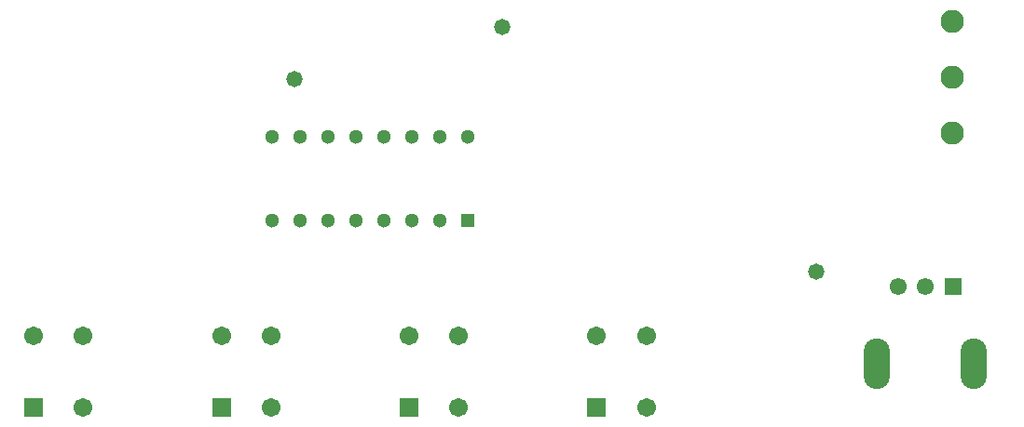
<source format=gbs>
G04*
G04 #@! TF.GenerationSoftware,Altium Limited,Altium Designer,21.0.8 (223)*
G04*
G04 Layer_Color=16711935*
%FSLAX25Y25*%
%MOIN*%
G70*
G04*
G04 #@! TF.SameCoordinates,11A2A22B-46B4-42A7-8BC6-B1AC857C9469*
G04*
G04*
G04 #@! TF.FilePolarity,Negative*
G04*
G01*
G75*
%ADD24C,0.06102*%
%ADD25R,0.06102X0.06102*%
G04:AMPARAMS|DCode=26|XSize=94.49mil|YSize=181.1mil|CornerRadius=47.24mil|HoleSize=0mil|Usage=FLASHONLY|Rotation=180.000|XOffset=0mil|YOffset=0mil|HoleType=Round|Shape=RoundedRectangle|*
%AMROUNDEDRECTD26*
21,1,0.09449,0.08661,0,0,180.0*
21,1,0.00000,0.18110,0,0,180.0*
1,1,0.09449,0.00000,0.04331*
1,1,0.09449,0.00000,0.04331*
1,1,0.09449,0.00000,-0.04331*
1,1,0.09449,0.00000,-0.04331*
%
%ADD26ROUNDEDRECTD26*%
%ADD27C,0.08280*%
%ADD28R,0.06706X0.06706*%
%ADD29C,0.06706*%
%ADD30C,0.05118*%
%ADD31R,0.05118X0.05118*%
%ADD32C,0.05800*%
D24*
X444157Y176459D02*
D03*
X454000D02*
D03*
D25*
X463843D02*
D03*
D26*
X436677Y148900D02*
D03*
X471323D02*
D03*
D27*
X463700Y271500D02*
D03*
Y251500D02*
D03*
Y231500D02*
D03*
D28*
X134942Y133105D02*
D03*
X202075D02*
D03*
X269208D02*
D03*
X336342D02*
D03*
D29*
X152658D02*
D03*
Y158695D02*
D03*
X134942D02*
D03*
X219792Y133105D02*
D03*
Y158695D02*
D03*
X202075D02*
D03*
X286925Y133105D02*
D03*
Y158695D02*
D03*
X269208D02*
D03*
X354058Y133105D02*
D03*
Y158695D02*
D03*
X336342D02*
D03*
D30*
X290200Y230100D02*
D03*
X280200D02*
D03*
X270200D02*
D03*
X260200D02*
D03*
X250200D02*
D03*
X240200D02*
D03*
X230200D02*
D03*
X220200D02*
D03*
Y200100D02*
D03*
X230200D02*
D03*
X240200D02*
D03*
X250200D02*
D03*
X260200D02*
D03*
X270200D02*
D03*
X280200D02*
D03*
D31*
X290200D02*
D03*
D32*
X228300Y250800D02*
D03*
X415000Y181844D02*
D03*
X302400Y269300D02*
D03*
M02*

</source>
